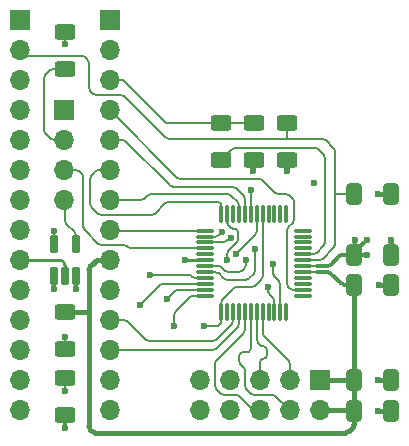
<source format=gtl>
G04 #@! TF.GenerationSoftware,KiCad,Pcbnew,9.0.0*
G04 #@! TF.CreationDate,2025-05-26T23:55:00+02:00*
G04 #@! TF.ProjectId,ckbd,636b6264-2e6b-4696-9361-645f70636258,c*
G04 #@! TF.SameCoordinates,Original*
G04 #@! TF.FileFunction,Copper,L1,Top*
G04 #@! TF.FilePolarity,Positive*
%FSLAX46Y46*%
G04 Gerber Fmt 4.6, Leading zero omitted, Abs format (unit mm)*
G04 Created by KiCad (PCBNEW 9.0.0) date 2025-05-26 23:55:00*
%MOMM*%
%LPD*%
G01*
G04 APERTURE LIST*
G04 Aperture macros list*
%AMRoundRect*
0 Rectangle with rounded corners*
0 $1 Rounding radius*
0 $2 $3 $4 $5 $6 $7 $8 $9 X,Y pos of 4 corners*
0 Add a 4 corners polygon primitive as box body*
4,1,4,$2,$3,$4,$5,$6,$7,$8,$9,$2,$3,0*
0 Add four circle primitives for the rounded corners*
1,1,$1+$1,$2,$3*
1,1,$1+$1,$4,$5*
1,1,$1+$1,$6,$7*
1,1,$1+$1,$8,$9*
0 Add four rect primitives between the rounded corners*
20,1,$1+$1,$2,$3,$4,$5,0*
20,1,$1+$1,$4,$5,$6,$7,0*
20,1,$1+$1,$6,$7,$8,$9,0*
20,1,$1+$1,$8,$9,$2,$3,0*%
G04 Aperture macros list end*
G04 #@! TA.AperFunction,SMDPad,CuDef*
%ADD10RoundRect,0.250000X0.412500X0.650000X-0.412500X0.650000X-0.412500X-0.650000X0.412500X-0.650000X0*%
G04 #@! TD*
G04 #@! TA.AperFunction,SMDPad,CuDef*
%ADD11RoundRect,0.250000X-0.412500X-0.650000X0.412500X-0.650000X0.412500X0.650000X-0.412500X0.650000X0*%
G04 #@! TD*
G04 #@! TA.AperFunction,SMDPad,CuDef*
%ADD12RoundRect,0.250000X0.625000X-0.400000X0.625000X0.400000X-0.625000X0.400000X-0.625000X-0.400000X0*%
G04 #@! TD*
G04 #@! TA.AperFunction,ComponentPad*
%ADD13R,1.700000X1.700000*%
G04 #@! TD*
G04 #@! TA.AperFunction,ComponentPad*
%ADD14O,1.700000X1.700000*%
G04 #@! TD*
G04 #@! TA.AperFunction,SMDPad,CuDef*
%ADD15RoundRect,0.075000X-0.075000X0.662500X-0.075000X-0.662500X0.075000X-0.662500X0.075000X0.662500X0*%
G04 #@! TD*
G04 #@! TA.AperFunction,SMDPad,CuDef*
%ADD16RoundRect,0.075000X-0.662500X0.075000X-0.662500X-0.075000X0.662500X-0.075000X0.662500X0.075000X0*%
G04 #@! TD*
G04 #@! TA.AperFunction,SMDPad,CuDef*
%ADD17RoundRect,0.162500X0.162500X-0.617500X0.162500X0.617500X-0.162500X0.617500X-0.162500X-0.617500X0*%
G04 #@! TD*
G04 #@! TA.AperFunction,SMDPad,CuDef*
%ADD18RoundRect,0.250000X-0.625000X0.400000X-0.625000X-0.400000X0.625000X-0.400000X0.625000X0.400000X0*%
G04 #@! TD*
G04 #@! TA.AperFunction,ViaPad*
%ADD19C,0.600000*%
G04 #@! TD*
G04 #@! TA.AperFunction,Conductor*
%ADD20C,0.203200*%
G04 #@! TD*
G04 #@! TA.AperFunction,Conductor*
%ADD21C,0.254000*%
G04 #@! TD*
G04 #@! TA.AperFunction,Conductor*
%ADD22C,0.304800*%
G04 #@! TD*
G04 #@! TA.AperFunction,Conductor*
%ADD23C,0.457200*%
G04 #@! TD*
G04 #@! TA.AperFunction,Conductor*
%ADD24C,0.200000*%
G04 #@! TD*
G04 APERTURE END LIST*
D10*
X138659400Y-71831200D03*
X135534400Y-71831200D03*
D11*
X135534400Y-74422000D03*
X138659400Y-74422000D03*
D12*
X127025400Y-53188200D03*
X127025400Y-50088200D03*
D13*
X114833400Y-41351200D03*
D14*
X114833400Y-43891200D03*
X114833400Y-46431200D03*
X114833400Y-48971200D03*
X114833400Y-51511200D03*
X114833400Y-54051200D03*
X114833400Y-56591200D03*
X114833400Y-59131200D03*
X114833400Y-61671200D03*
X114833400Y-64211200D03*
X114833400Y-66751200D03*
X114833400Y-69291200D03*
X114833400Y-71831200D03*
X114833400Y-74371200D03*
D15*
X129775400Y-57762700D03*
X129275400Y-57762700D03*
X128775400Y-57762700D03*
X128275400Y-57762700D03*
X127775400Y-57762700D03*
X127275400Y-57762700D03*
X126775400Y-57762700D03*
X126275400Y-57762700D03*
X125775400Y-57762700D03*
X125275400Y-57762700D03*
X124775400Y-57762700D03*
X124275400Y-57762700D03*
D16*
X122862900Y-59175200D03*
X122862900Y-59675200D03*
X122862900Y-60175200D03*
X122862900Y-60675200D03*
X122862900Y-61175200D03*
X122862900Y-61675200D03*
X122862900Y-62175200D03*
X122862900Y-62675200D03*
X122862900Y-63175200D03*
X122862900Y-63675200D03*
X122862900Y-64175200D03*
X122862900Y-64675200D03*
D15*
X124275400Y-66087700D03*
X124775400Y-66087700D03*
X125275400Y-66087700D03*
X125775400Y-66087700D03*
X126275400Y-66087700D03*
X126775400Y-66087700D03*
X127275400Y-66087700D03*
X127775400Y-66087700D03*
X128275400Y-66087700D03*
X128775400Y-66087700D03*
X129275400Y-66087700D03*
X129775400Y-66087700D03*
D16*
X131187900Y-64675200D03*
X131187900Y-64175200D03*
X131187900Y-63675200D03*
X131187900Y-63175200D03*
X131187900Y-62675200D03*
X131187900Y-62175200D03*
X131187900Y-61675200D03*
X131187900Y-61175200D03*
X131187900Y-60675200D03*
X131187900Y-60175200D03*
X131187900Y-59675200D03*
X131187900Y-59175200D03*
D17*
X110073400Y-63021200D03*
X111023400Y-63021200D03*
X111973400Y-63021200D03*
X111973400Y-60321200D03*
X110073400Y-60321200D03*
D13*
X132613400Y-71831200D03*
D14*
X132613400Y-74371200D03*
X130073400Y-71831200D03*
X130073400Y-74371200D03*
X127533400Y-71831200D03*
X127533400Y-74371200D03*
X124993400Y-71831200D03*
X124993400Y-74371200D03*
X122453400Y-71831200D03*
X122453400Y-74371200D03*
D10*
X138620900Y-56083200D03*
X135495900Y-56083200D03*
D12*
X111023400Y-74778200D03*
X111023400Y-71678200D03*
D13*
X110972600Y-48971200D03*
D14*
X110972600Y-51511200D03*
X110972600Y-54051200D03*
X110972600Y-56591200D03*
D10*
X138640150Y-61194750D03*
X135515150Y-61194750D03*
D18*
X129819400Y-50088200D03*
X129819400Y-53188200D03*
D10*
X138640150Y-63734750D03*
X135515150Y-63734750D03*
D13*
X107213400Y-41351200D03*
D14*
X107213400Y-43891200D03*
X107213400Y-46431200D03*
X107213400Y-48971200D03*
X107213400Y-51511200D03*
X107213400Y-54051200D03*
X107213400Y-56591200D03*
X107213400Y-59131200D03*
X107213400Y-61671200D03*
X107213400Y-64211200D03*
X107213400Y-66751200D03*
X107213400Y-69291200D03*
X107213400Y-71831200D03*
X107213400Y-74371200D03*
D12*
X124231400Y-53188200D03*
X124231400Y-50088200D03*
D18*
X111023400Y-66090200D03*
X111023400Y-69190200D03*
X111023400Y-42366000D03*
X111023400Y-45466000D03*
D19*
X120294400Y-67259200D03*
X124358400Y-59258200D03*
X118272000Y-62941200D03*
X119659400Y-64973200D03*
X117373400Y-65481200D03*
X125120400Y-59766200D03*
X127152400Y-60756800D03*
X136569650Y-61194750D03*
X126974600Y-54156500D03*
X136569650Y-59924750D03*
X111023400Y-75895200D03*
X135553650Y-59924750D03*
X110083600Y-59182000D03*
X126390400Y-61671200D03*
X132130800Y-55118000D03*
X137566400Y-74422000D03*
X121183400Y-61671200D03*
X137566400Y-71831200D03*
X111023400Y-43332400D03*
X110073400Y-64145200D03*
X138640150Y-59963250D03*
X137585650Y-63734750D03*
X137566400Y-56083200D03*
X111973400Y-64150200D03*
X129819400Y-54152800D03*
X125501400Y-61163200D03*
X122834400Y-67259200D03*
X124741257Y-61671200D03*
X111023400Y-68148200D03*
X111023400Y-72720200D03*
X128270000Y-63957200D03*
X126775400Y-55702200D03*
X128676400Y-61976000D03*
D20*
X121903736Y-64675200D02*
X122862900Y-64675200D01*
X120413432Y-65997168D02*
X121616368Y-64794232D01*
X120294400Y-67259200D02*
X120294400Y-66284536D01*
X121616368Y-64794232D02*
G75*
G02*
X121903736Y-64675226I287332J-287368D01*
G01*
X120413432Y-65997168D02*
G75*
G03*
X120294426Y-66284536I287368J-287332D01*
G01*
X122862900Y-59675200D02*
X123773064Y-59675200D01*
X124060432Y-59556168D02*
X124358400Y-59258200D01*
X124060432Y-59556168D02*
G75*
G02*
X123773064Y-59675174I-287332J287368D01*
G01*
D21*
X111023400Y-62093536D02*
X111023400Y-63021200D01*
X110888432Y-61790232D02*
X110904368Y-61806168D01*
X107213400Y-61671200D02*
X110601064Y-61671200D01*
X110904368Y-61806168D02*
G75*
G02*
X111023374Y-62093536I-287368J-287332D01*
G01*
X110601064Y-61671200D02*
G75*
G02*
X110888450Y-61790214I36J-406400D01*
G01*
D20*
X118272000Y-62941200D02*
X121691400Y-62941200D01*
X121691400Y-62941200D02*
X121806368Y-63056168D01*
X122093736Y-63175200D02*
X122862900Y-63175200D01*
X122093736Y-63175200D02*
G75*
G02*
X121806350Y-63056186I-36J406400D01*
G01*
X119659400Y-64973200D02*
X120338368Y-64294232D01*
X120625736Y-64175200D02*
X122862900Y-64175200D01*
X120625736Y-64175200D02*
G75*
G03*
X120338350Y-64294214I-36J-406400D01*
G01*
X119347736Y-63675200D02*
X122862900Y-63675200D01*
X117373400Y-65481200D02*
X119060368Y-63794232D01*
X119060368Y-63794232D02*
G75*
G02*
X119347736Y-63675226I287332J-287368D01*
G01*
X125120400Y-59766200D02*
X124993400Y-59766200D01*
X124993400Y-59766200D02*
X124703432Y-60056168D01*
X124416064Y-60175200D02*
X122862900Y-60175200D01*
X124416064Y-60175200D02*
G75*
G03*
X124703450Y-60056186I36J406400D01*
G01*
X127033368Y-62827632D02*
X126657832Y-63203168D01*
X123759607Y-62675200D02*
X122862900Y-62675200D01*
X126370464Y-63322200D02*
X124743279Y-63322200D01*
X124455911Y-63203168D02*
X124046975Y-62794232D01*
X127152400Y-60756800D02*
X127152400Y-62540264D01*
X124743279Y-63322200D02*
G75*
G02*
X124455921Y-63203158I21J406400D01*
G01*
X124046975Y-62794232D02*
G75*
G03*
X123759607Y-62675195I-287375J-287368D01*
G01*
X127152400Y-62540264D02*
G75*
G02*
X127033386Y-62827650I-406400J-36D01*
G01*
X126657832Y-63203168D02*
G75*
G02*
X126370464Y-63322174I-287332J287368D01*
G01*
D22*
X134553586Y-61194750D02*
X135515150Y-61194750D01*
X135553650Y-59924750D02*
X135553650Y-61156250D01*
D23*
X126974600Y-54156500D02*
X126974600Y-53133100D01*
D22*
X133529632Y-62050368D02*
X134266218Y-61313782D01*
D24*
X131193700Y-62169400D02*
X132359400Y-62169400D01*
D22*
X135515150Y-60979250D02*
X135515150Y-61194750D01*
X135553650Y-61156250D02*
X135515150Y-61194750D01*
X136569650Y-59924750D02*
X135515150Y-60979250D01*
X132359400Y-62169400D02*
X133242264Y-62169400D01*
X136569650Y-61194750D02*
X135515150Y-61194750D01*
D24*
X110073400Y-59192200D02*
X110073400Y-60321200D01*
D22*
X111023400Y-74778200D02*
X111023400Y-75895200D01*
D24*
X110083600Y-59182000D02*
X110073400Y-59192200D01*
D22*
X134266218Y-61313782D02*
G75*
G02*
X134553586Y-61194755I287382J-287418D01*
G01*
X133242264Y-62169400D02*
G75*
G03*
X133529650Y-62050386I36J406400D01*
G01*
D20*
X126001432Y-62568168D02*
X126271368Y-62298232D01*
X124346432Y-62294232D02*
X124620368Y-62568168D01*
X126390400Y-62010864D02*
X126390400Y-61671200D01*
X122862900Y-62175200D02*
X124059064Y-62175200D01*
X124907736Y-62687200D02*
X125714064Y-62687200D01*
X126390400Y-62010864D02*
G75*
G02*
X126271386Y-62298250I-406400J-36D01*
G01*
X124059064Y-62175200D02*
G75*
G02*
X124346450Y-62294214I36J-406400D01*
G01*
X124907736Y-62687200D02*
G75*
G02*
X124620350Y-62568186I-36J406400D01*
G01*
X125714064Y-62687200D02*
G75*
G03*
X126001450Y-62568186I36J406400D01*
G01*
D23*
X138659400Y-74422000D02*
X137566400Y-74422000D01*
D21*
X121183400Y-61671200D02*
X121187400Y-61675200D01*
D23*
X138640150Y-59963250D02*
X138640150Y-61194750D01*
D24*
X138640150Y-63607750D02*
X138640150Y-63555750D01*
X111023400Y-42366000D02*
X111023400Y-43332400D01*
D22*
X138620900Y-71831200D02*
X138620900Y-71958200D01*
D23*
X129819400Y-54152800D02*
X129819400Y-53137400D01*
X138640150Y-63734750D02*
X137585650Y-63734750D01*
D22*
X110073400Y-64145200D02*
X110073400Y-63021200D01*
D23*
X138659400Y-71831200D02*
X137566400Y-71831200D01*
X138620900Y-56083200D02*
X137566400Y-56083200D01*
D21*
X121187400Y-61675200D02*
X122862900Y-61675200D01*
D23*
X129819400Y-53137400D02*
X129820000Y-53136800D01*
D22*
X111973400Y-64150200D02*
X111973400Y-63021200D01*
D20*
X125501400Y-61163200D02*
X127156368Y-59508232D01*
X127275400Y-59220864D02*
X127275400Y-57762700D01*
X127275400Y-59220864D02*
G75*
G02*
X127156386Y-59508250I-406400J-36D01*
G01*
D24*
X125775400Y-57033536D02*
X125775400Y-57762700D01*
X125112432Y-56202232D02*
X125656368Y-56746168D01*
X117746432Y-56472168D02*
X118016368Y-56202232D01*
X114833400Y-56591200D02*
X117459064Y-56591200D01*
X118303736Y-56083200D02*
X124825064Y-56083200D01*
X117459064Y-56591200D02*
G75*
G03*
X117746450Y-56472186I36J406400D01*
G01*
X118303736Y-56083200D02*
G75*
G03*
X118016350Y-56202214I-36J-406400D01*
G01*
X124825064Y-56083200D02*
G75*
G02*
X125112450Y-56202214I36J-406400D01*
G01*
X125656368Y-56746168D02*
G75*
G02*
X125775374Y-57033536I-287368J-287332D01*
G01*
X126275400Y-56517536D02*
X126275400Y-57762700D01*
X125493432Y-55567232D02*
X126156368Y-56230168D01*
X116222432Y-51630232D02*
X119921368Y-55329168D01*
X114833400Y-51511200D02*
X115935064Y-51511200D01*
X120208736Y-55448200D02*
X125206064Y-55448200D01*
X120208736Y-55448200D02*
G75*
G02*
X119921350Y-55329186I-36J406400D01*
G01*
X125206064Y-55448200D02*
G75*
G02*
X125493450Y-55567214I36J-406400D01*
G01*
X115935064Y-51511200D02*
G75*
G02*
X116222450Y-51630214I36J-406400D01*
G01*
X126156368Y-56230168D02*
G75*
G02*
X126275374Y-56517536I-287368J-287332D01*
G01*
D20*
X126857064Y-63957200D02*
X125542736Y-63957200D01*
X124275400Y-66961200D02*
X124275400Y-66087700D01*
X125255368Y-64076232D02*
X124394432Y-64937168D01*
X127656368Y-63326232D02*
X127144432Y-63838168D01*
X124275400Y-65224536D02*
X124275400Y-66087700D01*
X123977400Y-67259200D02*
X124275400Y-66961200D01*
X122834400Y-67259200D02*
X123977400Y-67259200D01*
X127775400Y-57762700D02*
X127775400Y-63038864D01*
X127144432Y-63838168D02*
G75*
G02*
X126857064Y-63957174I-287332J287368D01*
G01*
X127656368Y-63326232D02*
G75*
G03*
X127775374Y-63038864I-287368J287332D01*
G01*
X125255368Y-64076232D02*
G75*
G02*
X125542736Y-63957226I287332J-287368D01*
G01*
X124275400Y-65224536D02*
G75*
G02*
X124394414Y-64937150I406400J36D01*
G01*
X125603968Y-59106768D02*
X125501400Y-59004200D01*
X125501400Y-59004200D02*
X125288736Y-59004200D01*
X124775400Y-58490864D02*
X124775400Y-57762700D01*
X124741257Y-61671200D02*
X124741257Y-61202679D01*
X124860289Y-60915311D02*
X125603968Y-60171632D01*
X125723000Y-59884264D02*
X125723000Y-59394136D01*
X125001368Y-58885168D02*
X124894432Y-58778232D01*
X124894432Y-58778232D02*
G75*
G02*
X124775426Y-58490864I287368J287332D01*
G01*
X125723000Y-59884264D02*
G75*
G02*
X125603986Y-60171650I-406400J-36D01*
G01*
X124860289Y-60915311D02*
G75*
G03*
X124741255Y-61202679I287411J-287389D01*
G01*
X125001368Y-58885168D02*
G75*
G03*
X125288736Y-59004174I287332J287368D01*
G01*
X125723000Y-59394136D02*
G75*
G03*
X125603986Y-59106750I-406400J36D01*
G01*
D24*
X119540368Y-56837232D02*
X118635432Y-57742168D01*
X124275400Y-57762700D02*
X124275400Y-56889200D01*
X113182400Y-56930864D02*
X113182400Y-54727536D01*
X118348064Y-57861200D02*
X114112736Y-57861200D01*
X124275400Y-56889200D02*
X124223432Y-56837232D01*
X113825368Y-57742168D02*
X113301432Y-57218232D01*
X113301432Y-54440168D02*
X113571368Y-54170232D01*
X123936064Y-56718200D02*
X119827736Y-56718200D01*
X113858736Y-54051200D02*
X114833400Y-54051200D01*
X113858736Y-54051200D02*
G75*
G03*
X113571350Y-54170214I-36J-406400D01*
G01*
X123936064Y-56718200D02*
G75*
G02*
X124223450Y-56837214I36J-406400D01*
G01*
X118348064Y-57861200D02*
G75*
G03*
X118635450Y-57742186I36J406400D01*
G01*
X119827736Y-56718200D02*
G75*
G03*
X119540350Y-56837214I-36J-406400D01*
G01*
X113301432Y-57218232D02*
G75*
G02*
X113182426Y-56930864I287368J287332D01*
G01*
X113301432Y-54440168D02*
G75*
G03*
X113182426Y-54727536I287368J-287332D01*
G01*
X113825368Y-57742168D02*
G75*
G03*
X114112736Y-57861174I287332J287368D01*
G01*
D23*
X135089500Y-63754000D02*
X135108750Y-63734750D01*
X135534400Y-71577200D02*
X135515150Y-71557950D01*
D22*
X133570632Y-62806232D02*
X134380118Y-63615718D01*
D23*
X113604736Y-76276200D02*
X134781864Y-76276200D01*
X135553650Y-63773250D02*
X135515150Y-63734750D01*
X113174432Y-76014232D02*
X113317368Y-76157168D01*
X135515150Y-71557950D02*
X135515150Y-63734750D01*
X113571368Y-61790232D02*
X113174432Y-62187168D01*
X135108750Y-63734750D02*
X135515150Y-63734750D01*
X135534400Y-75523664D02*
X135534400Y-74422000D01*
X135534400Y-71831200D02*
X135534400Y-71577200D01*
D22*
X134667486Y-63734750D02*
X135515150Y-63734750D01*
D23*
X114833400Y-61671200D02*
X113858736Y-61671200D01*
X113029400Y-66090200D02*
X113055400Y-66116200D01*
X135483600Y-74371200D02*
X135534400Y-74422000D01*
X135534400Y-74422000D02*
X135534400Y-71831200D01*
X113055400Y-66116200D02*
X113055400Y-75726864D01*
D22*
X132383400Y-62687200D02*
X133283264Y-62687200D01*
D24*
X131187900Y-62675200D02*
X132371400Y-62675200D01*
D23*
X132613400Y-71831200D02*
X135534400Y-71831200D01*
X132613400Y-74371200D02*
X135483600Y-74371200D01*
X113055400Y-62474536D02*
X113055400Y-66116200D01*
X111023400Y-66090200D02*
X113029400Y-66090200D01*
X135069232Y-76157168D02*
X135415368Y-75811032D01*
X113858736Y-61671200D02*
G75*
G03*
X113571350Y-61790214I-36J-406400D01*
G01*
X113055400Y-75726864D02*
G75*
G03*
X113174414Y-76014250I406400J-36D01*
G01*
D22*
X134667486Y-63734750D02*
G75*
G02*
X134380135Y-63615701I14J406350D01*
G01*
D23*
X113055400Y-62474536D02*
G75*
G02*
X113174414Y-62187150I406400J36D01*
G01*
D22*
X133283264Y-62687200D02*
G75*
G02*
X133570650Y-62806214I36J-406400D01*
G01*
D23*
X135069232Y-76157168D02*
G75*
G02*
X134781864Y-76276174I-287332J287368D01*
G01*
X113317368Y-76157168D02*
G75*
G03*
X113604736Y-76276174I287332J287368D01*
G01*
X135415368Y-75811032D02*
G75*
G03*
X135534374Y-75523664I-287368J287332D01*
G01*
D24*
X131187900Y-61675200D02*
X132568064Y-61675200D01*
X133883400Y-56083200D02*
X135495900Y-56083200D01*
X107213400Y-43891200D02*
X107551568Y-44229368D01*
X132855432Y-61556168D02*
X133764368Y-60647232D01*
X107838936Y-44348400D02*
X112455264Y-44348400D01*
X129819400Y-51384200D02*
X132826064Y-51384200D01*
X133883400Y-52441536D02*
X133883400Y-56083200D01*
X119827736Y-51384200D02*
X129819400Y-51384200D01*
X116095432Y-47820232D02*
X119540368Y-51265168D01*
X113731736Y-47701200D02*
X115808064Y-47701200D01*
X113055400Y-44948536D02*
X113055400Y-47024864D01*
X112742632Y-44467432D02*
X112936368Y-44661168D01*
X129819400Y-50088200D02*
X129819400Y-51384200D01*
X133113432Y-51503232D02*
X133764368Y-52154168D01*
X113174432Y-47312232D02*
X113444368Y-47582168D01*
X133883400Y-60359864D02*
X133883400Y-56083200D01*
X132855432Y-61556168D02*
G75*
G02*
X132568064Y-61675174I-287332J287368D01*
G01*
X133764368Y-60647232D02*
G75*
G03*
X133883374Y-60359864I-287368J287332D01*
G01*
X115808064Y-47701200D02*
G75*
G02*
X116095450Y-47820214I36J-406400D01*
G01*
X113444368Y-47582168D02*
G75*
G03*
X113731736Y-47701174I287332J287368D01*
G01*
X112936368Y-44661168D02*
G75*
G02*
X113055374Y-44948536I-287368J-287332D01*
G01*
X112742632Y-44467432D02*
G75*
G03*
X112455264Y-44348426I-287332J-287368D01*
G01*
X133113432Y-51503232D02*
G75*
G03*
X132826064Y-51384226I-287332J-287368D01*
G01*
X113174432Y-47312232D02*
G75*
G02*
X113055426Y-47024864I287368J287332D01*
G01*
X107838936Y-44348400D02*
G75*
G02*
X107551550Y-44229386I-36J406400D01*
G01*
X119540368Y-51265168D02*
G75*
G03*
X119827736Y-51384174I287332J287368D01*
G01*
X133764368Y-52154168D02*
G75*
G02*
X133883374Y-52441536I-287368J-287332D01*
G01*
X116062064Y-66751200D02*
X114833400Y-66751200D01*
X125156368Y-67096232D02*
X123842432Y-68410168D01*
D20*
X111023400Y-69190200D02*
X111023400Y-68148200D01*
D24*
X117889368Y-68410168D02*
X116349432Y-66870232D01*
X125275400Y-66087700D02*
X125275400Y-66808864D01*
X123555064Y-68529200D02*
X118176736Y-68529200D01*
X125275400Y-66808864D02*
G75*
G02*
X125156386Y-67096250I-406400J-36D01*
G01*
X118176736Y-68529200D02*
G75*
G02*
X117889350Y-68410186I-36J406400D01*
G01*
X123555064Y-68529200D02*
G75*
G03*
X123842450Y-68410186I36J406400D01*
G01*
X116349432Y-66870232D02*
G75*
G03*
X116062064Y-66751226I-287332J-287368D01*
G01*
D20*
X128862168Y-55964168D02*
X127830232Y-54932232D01*
X131187900Y-64175200D02*
X130332736Y-64175200D01*
X130454400Y-58200864D02*
X130454400Y-56759536D01*
X127542864Y-54813200D02*
X120843736Y-54813200D01*
X129819400Y-63661864D02*
X129819400Y-59172536D01*
X120556368Y-54694168D02*
X114833400Y-48971200D01*
X130045368Y-64056168D02*
X129938432Y-63949232D01*
X130335368Y-56472168D02*
X130065432Y-56202232D01*
X129778064Y-56083200D02*
X129149536Y-56083200D01*
X129938432Y-58885168D02*
X130335368Y-58488232D01*
X120843736Y-54813200D02*
G75*
G02*
X120556350Y-54694186I-36J406400D01*
G01*
X130335368Y-58488232D02*
G75*
G03*
X130454374Y-58200864I-287368J287332D01*
G01*
X129819400Y-59172536D02*
G75*
G02*
X129938414Y-58885150I406400J36D01*
G01*
X127542864Y-54813200D02*
G75*
G02*
X127830250Y-54932214I36J-406400D01*
G01*
X129149536Y-56083200D02*
G75*
G02*
X128862150Y-55964186I-36J406400D01*
G01*
X129938432Y-63949232D02*
G75*
G02*
X129819426Y-63661864I287368J287332D01*
G01*
X130454400Y-56759536D02*
G75*
G03*
X130335386Y-56472150I-406400J36D01*
G01*
X129778064Y-56083200D02*
G75*
G02*
X130065450Y-56202214I36J-406400D01*
G01*
X130332736Y-64175200D02*
G75*
G02*
X130045350Y-64056186I-36J406400D01*
G01*
D24*
X125775400Y-66087700D02*
X125775400Y-67070864D01*
X123555064Y-69291200D02*
X114833400Y-69291200D01*
X125656368Y-67358232D02*
X123842432Y-69172168D01*
D20*
X111023400Y-71678200D02*
X111023400Y-72720200D01*
D24*
X125656368Y-67358232D02*
G75*
G03*
X125775374Y-67070864I-287368J287332D01*
G01*
X123842432Y-69172168D02*
G75*
G02*
X123555064Y-69291174I-287332J287368D01*
G01*
X114833400Y-59131200D02*
X114877400Y-59175200D01*
X114877400Y-59175200D02*
X122862900Y-59175200D01*
X128168400Y-69332536D02*
X128168400Y-69630864D01*
X127533400Y-70348536D02*
X127533400Y-71831200D01*
X127275400Y-66087700D02*
X127275400Y-68356864D01*
X127660400Y-70053200D02*
X127652432Y-70061168D01*
X127660400Y-68910200D02*
X127746064Y-68910200D01*
X127746064Y-70053200D02*
X127660400Y-70053200D01*
X128049368Y-69918232D02*
X128033432Y-69934168D01*
X127394432Y-68644232D02*
X127660400Y-68910200D01*
X128033432Y-69029232D02*
X128049368Y-69045168D01*
X128049368Y-69918232D02*
G75*
G03*
X128168374Y-69630864I-287368J287332D01*
G01*
X127394432Y-68644232D02*
G75*
G02*
X127275426Y-68356864I287368J287332D01*
G01*
X128033432Y-69029232D02*
G75*
G03*
X127746064Y-68910226I-287332J-287368D01*
G01*
X127652432Y-70061168D02*
G75*
G03*
X127533426Y-70348536I287368J-287332D01*
G01*
X128049368Y-69045168D02*
G75*
G02*
X128168374Y-69332536I-287368J-287332D01*
G01*
X128033432Y-69934168D02*
G75*
G02*
X127746064Y-70053174I-287332J287368D01*
G01*
X126156368Y-67874232D02*
X123842432Y-70188168D01*
X127533400Y-74371200D02*
X126771400Y-74371200D01*
X123723400Y-70475536D02*
X123723400Y-72297864D01*
X123842432Y-72585232D02*
X124239368Y-72982168D01*
X126275400Y-66087700D02*
X126275400Y-67586864D01*
X127193736Y-74371200D02*
X127533400Y-74371200D01*
X125874432Y-73220232D02*
X126906368Y-74252168D01*
X124526736Y-73101200D02*
X125587064Y-73101200D01*
X126275400Y-67586864D02*
G75*
G02*
X126156386Y-67874250I-406400J-36D01*
G01*
X126906368Y-74252168D02*
G75*
G03*
X127193736Y-74371174I287332J287368D01*
G01*
X123842432Y-72585232D02*
G75*
G02*
X123723426Y-72297864I287368J287332D01*
G01*
X123723400Y-70475536D02*
G75*
G02*
X123842414Y-70188150I406400J36D01*
G01*
X125587064Y-73101200D02*
G75*
G02*
X125874450Y-73220214I36J-406400D01*
G01*
X124526736Y-73101200D02*
G75*
G02*
X124239350Y-72982186I-36J406400D01*
G01*
X126263400Y-70983536D02*
X126263400Y-72297864D01*
X128922432Y-73220232D02*
X130073400Y-74371200D01*
X126382432Y-72585232D02*
X126779368Y-72982168D01*
X126644400Y-69418200D02*
X126177736Y-69418200D01*
X126656368Y-69406232D02*
X126644400Y-69418200D01*
X125874432Y-70426232D02*
X126144368Y-70696168D01*
X127066736Y-73101200D02*
X128635064Y-73101200D01*
X125890368Y-69537232D02*
X125874432Y-69553168D01*
X126775400Y-66087700D02*
X126775400Y-69118864D01*
X125755400Y-69840536D02*
X125755400Y-70138864D01*
X126382432Y-72585232D02*
G75*
G02*
X126263426Y-72297864I287368J287332D01*
G01*
X126144368Y-70696168D02*
G75*
G02*
X126263374Y-70983536I-287368J-287332D01*
G01*
X126656368Y-69406232D02*
G75*
G03*
X126775374Y-69118864I-287368J287332D01*
G01*
X127066736Y-73101200D02*
G75*
G02*
X126779350Y-72982186I-36J406400D01*
G01*
X125874432Y-69553168D02*
G75*
G03*
X125755426Y-69840536I287368J-287332D01*
G01*
X125890368Y-69537232D02*
G75*
G02*
X126177736Y-69418226I287332J-287368D01*
G01*
X125874432Y-70426232D02*
G75*
G02*
X125755426Y-70138864I287368J287332D01*
G01*
X128635064Y-73101200D02*
G75*
G02*
X128922450Y-73220214I36J-406400D01*
G01*
X127894432Y-68077432D02*
X129954368Y-70137368D01*
X127775400Y-66087700D02*
X127775400Y-67790064D01*
X130073400Y-70424736D02*
X130073400Y-71831200D01*
X130073400Y-70424736D02*
G75*
G03*
X129954386Y-70137350I-406400J36D01*
G01*
X127775400Y-67790064D02*
G75*
G03*
X127894414Y-68077450I406400J-36D01*
G01*
X132478432Y-52265232D02*
X132926168Y-52712968D01*
X125491936Y-52146200D02*
X132191064Y-52146200D01*
X124231400Y-53188200D02*
X124281600Y-53188200D01*
X133045200Y-53000336D02*
X133045200Y-60182064D01*
X124281600Y-53188200D02*
X125204568Y-52265232D01*
X132926168Y-60469432D02*
X132339432Y-61056168D01*
X132052064Y-61175200D02*
X131187900Y-61175200D01*
X133045200Y-53000336D02*
G75*
G03*
X132926186Y-52712950I-406400J36D01*
G01*
X125491936Y-52146200D02*
G75*
G03*
X125204550Y-52265214I-36J-406400D01*
G01*
X132926168Y-60469432D02*
G75*
G03*
X133045174Y-60182064I-287368J287332D01*
G01*
X132339432Y-61056168D02*
G75*
G02*
X132052064Y-61175174I-287332J287368D01*
G01*
X132191064Y-52146200D02*
G75*
G02*
X132478450Y-52265214I36J-406400D01*
G01*
X112479168Y-54338568D02*
X112310832Y-54170232D01*
X122862900Y-60675200D02*
X116672736Y-60675200D01*
X116385368Y-60556168D02*
X116349432Y-60520232D01*
X116062064Y-60401200D02*
X114138136Y-60401200D01*
X112023464Y-54051200D02*
X111023400Y-54051200D01*
X112598200Y-58861264D02*
X112598200Y-54625936D01*
X113850768Y-60282168D02*
X112717232Y-59148632D01*
X112598200Y-54625936D02*
G75*
G03*
X112479186Y-54338550I-406400J36D01*
G01*
X113850768Y-60282168D02*
G75*
G03*
X114138136Y-60401174I287332J287368D01*
G01*
X112023464Y-54051200D02*
G75*
G02*
X112310850Y-54170214I36J-406400D01*
G01*
X116385368Y-60556168D02*
G75*
G03*
X116672736Y-60675174I287332J287368D01*
G01*
X116062064Y-60401200D02*
G75*
G02*
X116349450Y-60520214I36J-406400D01*
G01*
X112717232Y-59148632D02*
G75*
G02*
X112598226Y-58861264I287368J287332D01*
G01*
X115976400Y-46431200D02*
X119633400Y-50088200D01*
X119633400Y-50088200D02*
X124231400Y-50088200D01*
X114833400Y-46431200D02*
X115976400Y-46431200D01*
X124231400Y-50088200D02*
X127025400Y-50088200D01*
X131187900Y-59175200D02*
X130498400Y-59175200D01*
X128271138Y-64298002D02*
X128271138Y-64350219D01*
X128389032Y-64584232D02*
X128656368Y-64851568D01*
X128270000Y-63957200D02*
X128270000Y-64296864D01*
X128270000Y-64296864D02*
X128271138Y-64298002D01*
X128775400Y-65138936D02*
X128775400Y-66087700D01*
X128656368Y-64851568D02*
G75*
G02*
X128775374Y-65138936I-287368J-287332D01*
G01*
X128271138Y-64350219D02*
G75*
G03*
X128389044Y-64584220I424762J67319D01*
G01*
D20*
X126775400Y-55702200D02*
X126775400Y-57762700D01*
D24*
X128795432Y-63111032D02*
X129156368Y-63471968D01*
X128676400Y-61976000D02*
X128676400Y-62823664D01*
X129275400Y-63759336D02*
X129275400Y-66087700D01*
X128676400Y-62823664D02*
G75*
G03*
X128795414Y-63111050I406400J-36D01*
G01*
X129156368Y-63471968D02*
G75*
G02*
X129275374Y-63759336I-287368J-287332D01*
G01*
X111023400Y-56591200D02*
X111023400Y-58302464D01*
X111973400Y-59589136D02*
X111973400Y-59920200D01*
X112053400Y-60401200D02*
X111973400Y-60321200D01*
X111142432Y-58589832D02*
X111854368Y-59301768D01*
X111854368Y-59301768D02*
G75*
G02*
X111973374Y-59589136I-287368J-287332D01*
G01*
X111142432Y-58589832D02*
G75*
G02*
X111023426Y-58302464I287368J287332D01*
G01*
X109786768Y-45585032D02*
X109364432Y-46007368D01*
X109364432Y-50919032D02*
X109837568Y-51392168D01*
X109245400Y-46294736D02*
X109245400Y-50631664D01*
X111023400Y-45466000D02*
X110074136Y-45466000D01*
X110124936Y-51511200D02*
X111023400Y-51511200D01*
X109245400Y-50631664D02*
G75*
G03*
X109364414Y-50919050I406400J-36D01*
G01*
X110074136Y-45466000D02*
G75*
G03*
X109786750Y-45585014I-36J-406400D01*
G01*
X110124936Y-51511200D02*
G75*
G02*
X109837550Y-51392186I-36J406400D01*
G01*
X109245400Y-46294736D02*
G75*
G02*
X109364414Y-46007350I406400J36D01*
G01*
M02*

</source>
